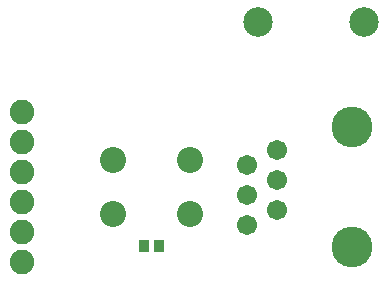
<source format=gts>
G04*
G04 #@! TF.GenerationSoftware,Altium Limited,CircuitStudio,1.5.2 (30)*
G04*
G04 Layer_Color=20142*
%FSLAX25Y25*%
%MOIN*%
G70*
G01*
G75*
%ADD19R,0.03556X0.04343*%
%ADD20C,0.09855*%
%ADD21C,0.08674*%
%ADD22C,0.13595*%
%ADD23C,0.06706*%
%ADD24C,0.08200*%
D19*
X455315Y405512D02*
D03*
X450197D02*
D03*
D20*
X523622Y480315D02*
D03*
X488189D02*
D03*
D21*
X439961Y434055D02*
D03*
X465551D02*
D03*
Y416339D02*
D03*
X439961D02*
D03*
D22*
X519685Y445197D02*
D03*
Y405197D02*
D03*
D23*
X494685Y437697D02*
D03*
X484685Y432697D02*
D03*
X494685Y427697D02*
D03*
X484685Y422697D02*
D03*
X494685Y417697D02*
D03*
X484685Y412697D02*
D03*
D24*
X409449Y400197D02*
D03*
Y410197D02*
D03*
Y420197D02*
D03*
Y430197D02*
D03*
Y440197D02*
D03*
Y450197D02*
D03*
M02*

</source>
